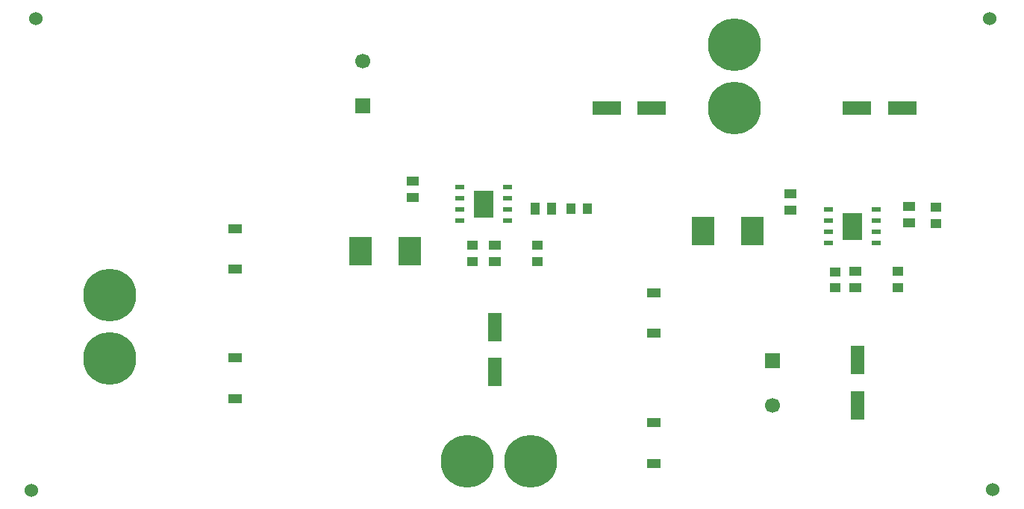
<source format=gbr>
%TF.GenerationSoftware,Altium Limited,Altium Designer,19.1.8 (144)*%
G04 Layer_Color=255*
%FSLAX26Y26*%
%MOIN*%
%TF.FileFunction,Pads,Top*%
%TF.Part,Single*%
G01*
G75*
%TA.AperFunction,SMDPad,CuDef*%
%ADD10R,0.086614X0.122047*%
%ADD11R,0.043307X0.019685*%
%ADD12R,0.062992X0.125984*%
%ADD13R,0.125984X0.062992*%
%ADD14R,0.098425X0.127953*%
%ADD15R,0.051181X0.041339*%
%ADD16R,0.041339X0.051181*%
%ADD17R,0.055118X0.041339*%
%ADD18R,0.041339X0.055118*%
%TA.AperFunction,ComponentPad*%
%ADD23R,0.059055X0.039370*%
%ADD24C,0.066929*%
%ADD25R,0.066929X0.066929*%
%ADD26C,0.236220*%
%TA.AperFunction,WasherPad*%
%ADD27C,0.060000*%
D10*
X2132559Y1380394D02*
D03*
X3778583Y1280669D02*
D03*
D11*
X2237598Y1355000D02*
D03*
Y1405000D02*
D03*
Y1455000D02*
D03*
Y1305000D02*
D03*
X2025000D02*
D03*
Y1455000D02*
D03*
Y1405000D02*
D03*
Y1355000D02*
D03*
X3883622Y1255276D02*
D03*
Y1305276D02*
D03*
Y1355276D02*
D03*
Y1205276D02*
D03*
X3671024D02*
D03*
Y1355276D02*
D03*
Y1305276D02*
D03*
Y1255276D02*
D03*
D12*
X2180000Y629213D02*
D03*
Y830000D02*
D03*
X3800000Y480000D02*
D03*
Y680787D02*
D03*
D13*
X2680000Y1810000D02*
D03*
X2880787D02*
D03*
X4000000D02*
D03*
X3799213D02*
D03*
D14*
X1579527Y1170000D02*
D03*
X1800000D02*
D03*
X3109528Y1260000D02*
D03*
X3330000D02*
D03*
D15*
X3700000Y1004331D02*
D03*
Y1077165D02*
D03*
X4150000Y1293583D02*
D03*
Y1366417D02*
D03*
X2080000Y1122165D02*
D03*
Y1195000D02*
D03*
X2370000Y1122165D02*
D03*
Y1195000D02*
D03*
X3980000Y1007165D02*
D03*
Y1080000D02*
D03*
D16*
X2592835Y1360000D02*
D03*
X2520000D02*
D03*
D17*
X3500000Y1426417D02*
D03*
Y1353583D02*
D03*
X4030000Y1297165D02*
D03*
Y1370000D02*
D03*
X1815000Y1481417D02*
D03*
Y1408583D02*
D03*
X2180000Y1195000D02*
D03*
Y1122165D02*
D03*
X3790000Y1080000D02*
D03*
Y1007165D02*
D03*
D18*
X2360000Y1360000D02*
D03*
X2432835D02*
D03*
D23*
X2890000Y220157D02*
D03*
X2889803Y403228D02*
D03*
X2890000Y981968D02*
D03*
X2889803Y800866D02*
D03*
X1019882Y507874D02*
D03*
X1019685Y690945D02*
D03*
X1019882Y1269685D02*
D03*
X1019685Y1088583D02*
D03*
D24*
X3420000Y480000D02*
D03*
X1590000Y2020000D02*
D03*
D25*
X3420000Y680000D02*
D03*
X1590000Y1820000D02*
D03*
D26*
X2056535Y230000D02*
D03*
X2340000D02*
D03*
X460000Y973465D02*
D03*
Y690000D02*
D03*
X3250000Y2093465D02*
D03*
Y1810000D02*
D03*
D27*
X130000Y2210000D02*
D03*
X110000Y100000D02*
D03*
X4390000Y2210000D02*
D03*
X4406063Y102362D02*
D03*
%TF.MD5,ffc5d1769b48e10d0df8d8ee63552d5e*%
M02*

</source>
